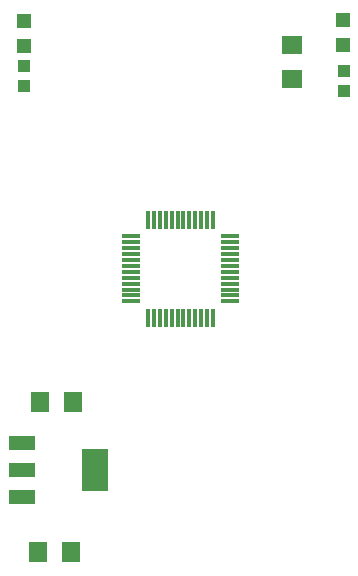
<source format=gbr>
%TF.GenerationSoftware,KiCad,Pcbnew,8.0.6*%
%TF.CreationDate,2024-11-27T18:57:58+00:00*%
%TF.ProjectId,wmk,776d6b2e-6b69-4636-9164-5f7063625858,rev?*%
%TF.SameCoordinates,Original*%
%TF.FileFunction,Paste,Top*%
%TF.FilePolarity,Positive*%
%FSLAX46Y46*%
G04 Gerber Fmt 4.6, Leading zero omitted, Abs format (unit mm)*
G04 Created by KiCad (PCBNEW 8.0.6) date 2024-11-27 18:57:58*
%MOMM*%
%LPD*%
G01*
G04 APERTURE LIST*
G04 Aperture macros list*
%AMRoundRect*
0 Rectangle with rounded corners*
0 $1 Rounding radius*
0 $2 $3 $4 $5 $6 $7 $8 $9 X,Y pos of 4 corners*
0 Add a 4 corners polygon primitive as box body*
4,1,4,$2,$3,$4,$5,$6,$7,$8,$9,$2,$3,0*
0 Add four circle primitives for the rounded corners*
1,1,$1+$1,$2,$3*
1,1,$1+$1,$4,$5*
1,1,$1+$1,$6,$7*
1,1,$1+$1,$8,$9*
0 Add four rect primitives between the rounded corners*
20,1,$1+$1,$2,$3,$4,$5,0*
20,1,$1+$1,$4,$5,$6,$7,0*
20,1,$1+$1,$6,$7,$8,$9,0*
20,1,$1+$1,$8,$9,$2,$3,0*%
G04 Aperture macros list end*
%ADD10R,1.600000X1.800000*%
%ADD11R,1.803000X1.600000*%
%ADD12R,1.200000X1.200000*%
%ADD13R,1.100000X1.000000*%
%ADD14RoundRect,0.070000X-0.710000X0.070000X-0.710000X-0.070000X0.710000X-0.070000X0.710000X0.070000X0*%
%ADD15RoundRect,0.070000X0.070000X0.710000X-0.070000X0.710000X-0.070000X-0.710000X0.070000X-0.710000X0*%
%ADD16R,2.235000X1.219000*%
%ADD17R,2.200000X3.600000*%
G04 APERTURE END LIST*
D10*
%TO.C,C13*%
X139893600Y-92026100D03*
X137093600Y-92026100D03*
%TD*%
D11*
%TO.C,F1*%
X158450000Y-61856000D03*
X158450000Y-64700000D03*
%TD*%
D10*
%TO.C,C3*%
X136999800Y-104723700D03*
X139799800Y-104723700D03*
%TD*%
D12*
%TO.C,POWER0*%
X135770100Y-61912600D03*
X135770100Y-59812600D03*
%TD*%
D13*
%TO.C,R3*%
X135820100Y-65336400D03*
X135820100Y-63636400D03*
%TD*%
D14*
%TO.C,U2*%
X153207200Y-83537300D03*
X153207200Y-83037300D03*
X153207200Y-82537300D03*
X153207200Y-82037300D03*
X153207200Y-81537300D03*
X153207200Y-81037300D03*
X153207200Y-80537300D03*
X153207200Y-80037300D03*
X153207200Y-79537300D03*
X153207200Y-79037300D03*
X153207200Y-78537300D03*
X153207200Y-78037300D03*
D15*
X151777200Y-76607300D03*
X151277200Y-76607300D03*
X150777200Y-76607300D03*
X150277200Y-76607300D03*
X149777200Y-76607300D03*
X149277200Y-76607300D03*
X148777200Y-76607300D03*
X148277200Y-76607300D03*
X147777200Y-76607300D03*
X147277200Y-76607300D03*
X146777200Y-76607300D03*
X146277200Y-76607300D03*
D14*
X144847200Y-78037300D03*
X144847200Y-78537300D03*
X144847200Y-79037300D03*
X144847200Y-79537300D03*
X144847200Y-80037300D03*
X144847200Y-80537300D03*
X144847200Y-81037300D03*
X144847200Y-81537300D03*
X144847200Y-82037300D03*
X144847200Y-82537300D03*
X144847200Y-83037300D03*
X144847200Y-83537300D03*
D15*
X146277200Y-84967300D03*
X146777200Y-84967300D03*
X147277200Y-84967300D03*
X147777200Y-84967300D03*
X148277200Y-84967300D03*
X148777200Y-84967300D03*
X149277200Y-84967300D03*
X149777200Y-84967300D03*
X150277200Y-84967300D03*
X150777200Y-84967300D03*
X151277200Y-84967300D03*
X151777200Y-84967300D03*
%TD*%
D16*
%TO.C,IC1*%
X135589600Y-95500100D03*
X135589600Y-97811100D03*
X135589600Y-100122100D03*
D17*
X141787600Y-97811100D03*
%TD*%
D13*
%TO.C,R4*%
X162834900Y-65731400D03*
X162834900Y-64031400D03*
%TD*%
D12*
%TO.C,CONNECT0*%
X162772900Y-61836400D03*
X162772900Y-59736400D03*
%TD*%
M02*

</source>
